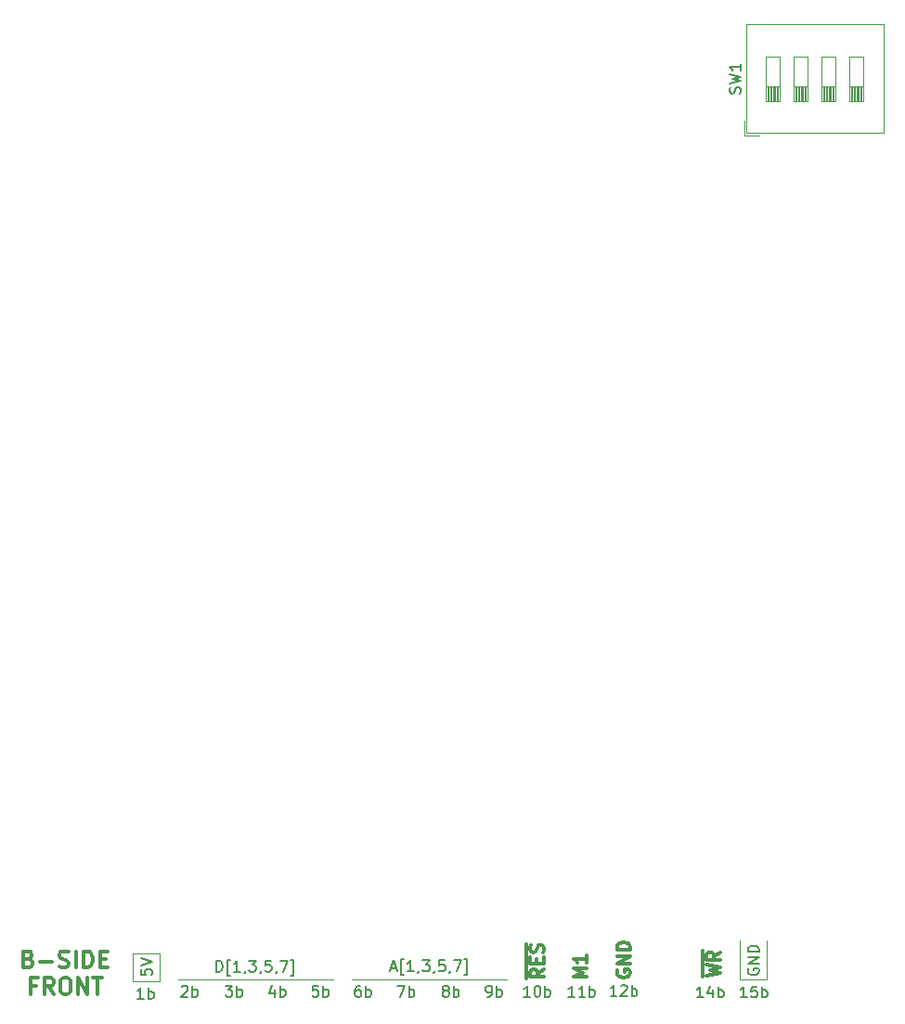
<source format=gbr>
%TF.GenerationSoftware,KiCad,Pcbnew,8.0.2*%
%TF.CreationDate,2025-01-31T19:47:28+01:00*%
%TF.ProjectId,p2000t-joystick-nes,70323030-3074-42d6-9a6f-79737469636b,rev?*%
%TF.SameCoordinates,Original*%
%TF.FileFunction,Legend,Top*%
%TF.FilePolarity,Positive*%
%FSLAX46Y46*%
G04 Gerber Fmt 4.6, Leading zero omitted, Abs format (unit mm)*
G04 Created by KiCad (PCBNEW 8.0.2) date 2025-01-31 19:47:28*
%MOMM*%
%LPD*%
G01*
G04 APERTURE LIST*
%ADD10C,0.120000*%
%ADD11C,0.300000*%
%ADD12C,0.150000*%
G04 APERTURE END LIST*
D10*
X38767365Y-114012314D02*
X41180365Y-114012314D01*
X42920265Y-113821814D02*
X57017265Y-113821814D01*
X41180365Y-114012314D02*
X41180365Y-111472314D01*
X94126665Y-110329314D02*
X94126665Y-113885314D01*
X96539665Y-113885314D02*
X96539665Y-110329314D01*
X58731765Y-113834514D02*
X72831065Y-113834514D01*
X41180365Y-111472314D02*
X38767365Y-111472314D01*
X38767365Y-111472314D02*
X38767365Y-114012314D01*
X94126665Y-113885314D02*
X96539665Y-113885314D01*
D11*
X91093607Y-113526399D02*
X92293607Y-113240685D01*
X92293607Y-113240685D02*
X91436465Y-113012113D01*
X91436465Y-113012113D02*
X92293607Y-112783542D01*
X92293607Y-112783542D02*
X91093607Y-112497828D01*
X92293607Y-111354970D02*
X91722179Y-111754970D01*
X92293607Y-112040684D02*
X91093607Y-112040684D01*
X91093607Y-112040684D02*
X91093607Y-111583541D01*
X91093607Y-111583541D02*
X91150750Y-111469256D01*
X91150750Y-111469256D02*
X91207893Y-111412113D01*
X91207893Y-111412113D02*
X91322179Y-111354970D01*
X91322179Y-111354970D02*
X91493607Y-111354970D01*
X91493607Y-111354970D02*
X91607893Y-111412113D01*
X91607893Y-111412113D02*
X91665036Y-111469256D01*
X91665036Y-111469256D02*
X91722179Y-111583541D01*
X91722179Y-111583541D02*
X91722179Y-112040684D01*
X90760465Y-113577828D02*
X90760465Y-111246399D01*
D12*
X46357646Y-113133633D02*
X46357646Y-112133633D01*
X46357646Y-112133633D02*
X46595741Y-112133633D01*
X46595741Y-112133633D02*
X46738598Y-112181252D01*
X46738598Y-112181252D02*
X46833836Y-112276490D01*
X46833836Y-112276490D02*
X46881455Y-112371728D01*
X46881455Y-112371728D02*
X46929074Y-112562204D01*
X46929074Y-112562204D02*
X46929074Y-112705061D01*
X46929074Y-112705061D02*
X46881455Y-112895537D01*
X46881455Y-112895537D02*
X46833836Y-112990775D01*
X46833836Y-112990775D02*
X46738598Y-113086014D01*
X46738598Y-113086014D02*
X46595741Y-113133633D01*
X46595741Y-113133633D02*
X46357646Y-113133633D01*
X47643360Y-113466966D02*
X47405265Y-113466966D01*
X47405265Y-113466966D02*
X47405265Y-112038394D01*
X47405265Y-112038394D02*
X47643360Y-112038394D01*
X48548122Y-113133633D02*
X47976694Y-113133633D01*
X48262408Y-113133633D02*
X48262408Y-112133633D01*
X48262408Y-112133633D02*
X48167170Y-112276490D01*
X48167170Y-112276490D02*
X48071932Y-112371728D01*
X48071932Y-112371728D02*
X47976694Y-112419347D01*
X49024313Y-113086014D02*
X49024313Y-113133633D01*
X49024313Y-113133633D02*
X48976694Y-113228871D01*
X48976694Y-113228871D02*
X48929075Y-113276490D01*
X49357646Y-112133633D02*
X49976693Y-112133633D01*
X49976693Y-112133633D02*
X49643360Y-112514585D01*
X49643360Y-112514585D02*
X49786217Y-112514585D01*
X49786217Y-112514585D02*
X49881455Y-112562204D01*
X49881455Y-112562204D02*
X49929074Y-112609823D01*
X49929074Y-112609823D02*
X49976693Y-112705061D01*
X49976693Y-112705061D02*
X49976693Y-112943156D01*
X49976693Y-112943156D02*
X49929074Y-113038394D01*
X49929074Y-113038394D02*
X49881455Y-113086014D01*
X49881455Y-113086014D02*
X49786217Y-113133633D01*
X49786217Y-113133633D02*
X49500503Y-113133633D01*
X49500503Y-113133633D02*
X49405265Y-113086014D01*
X49405265Y-113086014D02*
X49357646Y-113038394D01*
X50452884Y-113086014D02*
X50452884Y-113133633D01*
X50452884Y-113133633D02*
X50405265Y-113228871D01*
X50405265Y-113228871D02*
X50357646Y-113276490D01*
X51357645Y-112133633D02*
X50881455Y-112133633D01*
X50881455Y-112133633D02*
X50833836Y-112609823D01*
X50833836Y-112609823D02*
X50881455Y-112562204D01*
X50881455Y-112562204D02*
X50976693Y-112514585D01*
X50976693Y-112514585D02*
X51214788Y-112514585D01*
X51214788Y-112514585D02*
X51310026Y-112562204D01*
X51310026Y-112562204D02*
X51357645Y-112609823D01*
X51357645Y-112609823D02*
X51405264Y-112705061D01*
X51405264Y-112705061D02*
X51405264Y-112943156D01*
X51405264Y-112943156D02*
X51357645Y-113038394D01*
X51357645Y-113038394D02*
X51310026Y-113086014D01*
X51310026Y-113086014D02*
X51214788Y-113133633D01*
X51214788Y-113133633D02*
X50976693Y-113133633D01*
X50976693Y-113133633D02*
X50881455Y-113086014D01*
X50881455Y-113086014D02*
X50833836Y-113038394D01*
X51881455Y-113086014D02*
X51881455Y-113133633D01*
X51881455Y-113133633D02*
X51833836Y-113228871D01*
X51833836Y-113228871D02*
X51786217Y-113276490D01*
X52214788Y-112133633D02*
X52881454Y-112133633D01*
X52881454Y-112133633D02*
X52452883Y-113133633D01*
X53167169Y-113466966D02*
X53405264Y-113466966D01*
X53405264Y-113466966D02*
X53405264Y-112038394D01*
X53405264Y-112038394D02*
X53167169Y-112038394D01*
X94753807Y-115483133D02*
X94182379Y-115483133D01*
X94468093Y-115483133D02*
X94468093Y-114483133D01*
X94468093Y-114483133D02*
X94372855Y-114625990D01*
X94372855Y-114625990D02*
X94277617Y-114721228D01*
X94277617Y-114721228D02*
X94182379Y-114768847D01*
X95658569Y-114483133D02*
X95182379Y-114483133D01*
X95182379Y-114483133D02*
X95134760Y-114959323D01*
X95134760Y-114959323D02*
X95182379Y-114911704D01*
X95182379Y-114911704D02*
X95277617Y-114864085D01*
X95277617Y-114864085D02*
X95515712Y-114864085D01*
X95515712Y-114864085D02*
X95610950Y-114911704D01*
X95610950Y-114911704D02*
X95658569Y-114959323D01*
X95658569Y-114959323D02*
X95706188Y-115054561D01*
X95706188Y-115054561D02*
X95706188Y-115292656D01*
X95706188Y-115292656D02*
X95658569Y-115387894D01*
X95658569Y-115387894D02*
X95610950Y-115435514D01*
X95610950Y-115435514D02*
X95515712Y-115483133D01*
X95515712Y-115483133D02*
X95277617Y-115483133D01*
X95277617Y-115483133D02*
X95182379Y-115435514D01*
X95182379Y-115435514D02*
X95134760Y-115387894D01*
X96134760Y-115483133D02*
X96134760Y-114483133D01*
X96134760Y-114864085D02*
X96229998Y-114816466D01*
X96229998Y-114816466D02*
X96420474Y-114816466D01*
X96420474Y-114816466D02*
X96515712Y-114864085D01*
X96515712Y-114864085D02*
X96563331Y-114911704D01*
X96563331Y-114911704D02*
X96610950Y-115006942D01*
X96610950Y-115006942D02*
X96610950Y-115292656D01*
X96610950Y-115292656D02*
X96563331Y-115387894D01*
X96563331Y-115387894D02*
X96515712Y-115435514D01*
X96515712Y-115435514D02*
X96420474Y-115483133D01*
X96420474Y-115483133D02*
X96229998Y-115483133D01*
X96229998Y-115483133D02*
X96134760Y-115435514D01*
X71042908Y-115432333D02*
X71233384Y-115432333D01*
X71233384Y-115432333D02*
X71328622Y-115384714D01*
X71328622Y-115384714D02*
X71376241Y-115337094D01*
X71376241Y-115337094D02*
X71471479Y-115194237D01*
X71471479Y-115194237D02*
X71519098Y-115003761D01*
X71519098Y-115003761D02*
X71519098Y-114622809D01*
X71519098Y-114622809D02*
X71471479Y-114527571D01*
X71471479Y-114527571D02*
X71423860Y-114479952D01*
X71423860Y-114479952D02*
X71328622Y-114432333D01*
X71328622Y-114432333D02*
X71138146Y-114432333D01*
X71138146Y-114432333D02*
X71042908Y-114479952D01*
X71042908Y-114479952D02*
X70995289Y-114527571D01*
X70995289Y-114527571D02*
X70947670Y-114622809D01*
X70947670Y-114622809D02*
X70947670Y-114860904D01*
X70947670Y-114860904D02*
X70995289Y-114956142D01*
X70995289Y-114956142D02*
X71042908Y-115003761D01*
X71042908Y-115003761D02*
X71138146Y-115051380D01*
X71138146Y-115051380D02*
X71328622Y-115051380D01*
X71328622Y-115051380D02*
X71423860Y-115003761D01*
X71423860Y-115003761D02*
X71471479Y-114956142D01*
X71471479Y-114956142D02*
X71519098Y-114860904D01*
X71947670Y-115432333D02*
X71947670Y-114432333D01*
X71947670Y-114813285D02*
X72042908Y-114765666D01*
X72042908Y-114765666D02*
X72233384Y-114765666D01*
X72233384Y-114765666D02*
X72328622Y-114813285D01*
X72328622Y-114813285D02*
X72376241Y-114860904D01*
X72376241Y-114860904D02*
X72423860Y-114956142D01*
X72423860Y-114956142D02*
X72423860Y-115241856D01*
X72423860Y-115241856D02*
X72376241Y-115337094D01*
X72376241Y-115337094D02*
X72328622Y-115384714D01*
X72328622Y-115384714D02*
X72233384Y-115432333D01*
X72233384Y-115432333D02*
X72042908Y-115432333D01*
X72042908Y-115432333D02*
X71947670Y-115384714D01*
X79043907Y-115432333D02*
X78472479Y-115432333D01*
X78758193Y-115432333D02*
X78758193Y-114432333D01*
X78758193Y-114432333D02*
X78662955Y-114575190D01*
X78662955Y-114575190D02*
X78567717Y-114670428D01*
X78567717Y-114670428D02*
X78472479Y-114718047D01*
X79996288Y-115432333D02*
X79424860Y-115432333D01*
X79710574Y-115432333D02*
X79710574Y-114432333D01*
X79710574Y-114432333D02*
X79615336Y-114575190D01*
X79615336Y-114575190D02*
X79520098Y-114670428D01*
X79520098Y-114670428D02*
X79424860Y-114718047D01*
X80424860Y-115432333D02*
X80424860Y-114432333D01*
X80424860Y-114813285D02*
X80520098Y-114765666D01*
X80520098Y-114765666D02*
X80710574Y-114765666D01*
X80710574Y-114765666D02*
X80805812Y-114813285D01*
X80805812Y-114813285D02*
X80853431Y-114860904D01*
X80853431Y-114860904D02*
X80901050Y-114956142D01*
X80901050Y-114956142D02*
X80901050Y-115241856D01*
X80901050Y-115241856D02*
X80853431Y-115337094D01*
X80853431Y-115337094D02*
X80805812Y-115384714D01*
X80805812Y-115384714D02*
X80710574Y-115432333D01*
X80710574Y-115432333D02*
X80520098Y-115432333D01*
X80520098Y-115432333D02*
X80424860Y-115384714D01*
X51675360Y-114752966D02*
X51675360Y-115419633D01*
X51437265Y-114372014D02*
X51199170Y-115086299D01*
X51199170Y-115086299D02*
X51818217Y-115086299D01*
X52199170Y-115419633D02*
X52199170Y-114419633D01*
X52199170Y-114800585D02*
X52294408Y-114752966D01*
X52294408Y-114752966D02*
X52484884Y-114752966D01*
X52484884Y-114752966D02*
X52580122Y-114800585D01*
X52580122Y-114800585D02*
X52627741Y-114848204D01*
X52627741Y-114848204D02*
X52675360Y-114943442D01*
X52675360Y-114943442D02*
X52675360Y-115229156D01*
X52675360Y-115229156D02*
X52627741Y-115324394D01*
X52627741Y-115324394D02*
X52580122Y-115372014D01*
X52580122Y-115372014D02*
X52484884Y-115419633D01*
X52484884Y-115419633D02*
X52294408Y-115419633D01*
X52294408Y-115419633D02*
X52199170Y-115372014D01*
X62281856Y-112809818D02*
X62758046Y-112809818D01*
X62186618Y-113095533D02*
X62519951Y-112095533D01*
X62519951Y-112095533D02*
X62853284Y-113095533D01*
X63472332Y-113428866D02*
X63234237Y-113428866D01*
X63234237Y-113428866D02*
X63234237Y-112000294D01*
X63234237Y-112000294D02*
X63472332Y-112000294D01*
X64377094Y-113095533D02*
X63805666Y-113095533D01*
X64091380Y-113095533D02*
X64091380Y-112095533D01*
X64091380Y-112095533D02*
X63996142Y-112238390D01*
X63996142Y-112238390D02*
X63900904Y-112333628D01*
X63900904Y-112333628D02*
X63805666Y-112381247D01*
X64853285Y-113047914D02*
X64853285Y-113095533D01*
X64853285Y-113095533D02*
X64805666Y-113190771D01*
X64805666Y-113190771D02*
X64758047Y-113238390D01*
X65186618Y-112095533D02*
X65805665Y-112095533D01*
X65805665Y-112095533D02*
X65472332Y-112476485D01*
X65472332Y-112476485D02*
X65615189Y-112476485D01*
X65615189Y-112476485D02*
X65710427Y-112524104D01*
X65710427Y-112524104D02*
X65758046Y-112571723D01*
X65758046Y-112571723D02*
X65805665Y-112666961D01*
X65805665Y-112666961D02*
X65805665Y-112905056D01*
X65805665Y-112905056D02*
X65758046Y-113000294D01*
X65758046Y-113000294D02*
X65710427Y-113047914D01*
X65710427Y-113047914D02*
X65615189Y-113095533D01*
X65615189Y-113095533D02*
X65329475Y-113095533D01*
X65329475Y-113095533D02*
X65234237Y-113047914D01*
X65234237Y-113047914D02*
X65186618Y-113000294D01*
X66281856Y-113047914D02*
X66281856Y-113095533D01*
X66281856Y-113095533D02*
X66234237Y-113190771D01*
X66234237Y-113190771D02*
X66186618Y-113238390D01*
X67186617Y-112095533D02*
X66710427Y-112095533D01*
X66710427Y-112095533D02*
X66662808Y-112571723D01*
X66662808Y-112571723D02*
X66710427Y-112524104D01*
X66710427Y-112524104D02*
X66805665Y-112476485D01*
X66805665Y-112476485D02*
X67043760Y-112476485D01*
X67043760Y-112476485D02*
X67138998Y-112524104D01*
X67138998Y-112524104D02*
X67186617Y-112571723D01*
X67186617Y-112571723D02*
X67234236Y-112666961D01*
X67234236Y-112666961D02*
X67234236Y-112905056D01*
X67234236Y-112905056D02*
X67186617Y-113000294D01*
X67186617Y-113000294D02*
X67138998Y-113047914D01*
X67138998Y-113047914D02*
X67043760Y-113095533D01*
X67043760Y-113095533D02*
X66805665Y-113095533D01*
X66805665Y-113095533D02*
X66710427Y-113047914D01*
X66710427Y-113047914D02*
X66662808Y-113000294D01*
X67710427Y-113047914D02*
X67710427Y-113095533D01*
X67710427Y-113095533D02*
X67662808Y-113190771D01*
X67662808Y-113190771D02*
X67615189Y-113238390D01*
X68043760Y-112095533D02*
X68710426Y-112095533D01*
X68710426Y-112095533D02*
X68281855Y-113095533D01*
X68996141Y-113428866D02*
X69234236Y-113428866D01*
X69234236Y-113428866D02*
X69234236Y-112000294D01*
X69234236Y-112000294D02*
X68996141Y-112000294D01*
D11*
X76213107Y-112926356D02*
X75641679Y-113326356D01*
X76213107Y-113612070D02*
X75013107Y-113612070D01*
X75013107Y-113612070D02*
X75013107Y-113154927D01*
X75013107Y-113154927D02*
X75070250Y-113040642D01*
X75070250Y-113040642D02*
X75127393Y-112983499D01*
X75127393Y-112983499D02*
X75241679Y-112926356D01*
X75241679Y-112926356D02*
X75413107Y-112926356D01*
X75413107Y-112926356D02*
X75527393Y-112983499D01*
X75527393Y-112983499D02*
X75584536Y-113040642D01*
X75584536Y-113040642D02*
X75641679Y-113154927D01*
X75641679Y-113154927D02*
X75641679Y-113612070D01*
X75584536Y-112412070D02*
X75584536Y-112012070D01*
X76213107Y-111840642D02*
X76213107Y-112412070D01*
X76213107Y-112412070D02*
X75013107Y-112412070D01*
X75013107Y-112412070D02*
X75013107Y-111840642D01*
X76155965Y-111383499D02*
X76213107Y-111212071D01*
X76213107Y-111212071D02*
X76213107Y-110926356D01*
X76213107Y-110926356D02*
X76155965Y-110812071D01*
X76155965Y-110812071D02*
X76098822Y-110754928D01*
X76098822Y-110754928D02*
X75984536Y-110697785D01*
X75984536Y-110697785D02*
X75870250Y-110697785D01*
X75870250Y-110697785D02*
X75755965Y-110754928D01*
X75755965Y-110754928D02*
X75698822Y-110812071D01*
X75698822Y-110812071D02*
X75641679Y-110926356D01*
X75641679Y-110926356D02*
X75584536Y-111154928D01*
X75584536Y-111154928D02*
X75527393Y-111269213D01*
X75527393Y-111269213D02*
X75470250Y-111326356D01*
X75470250Y-111326356D02*
X75355965Y-111383499D01*
X75355965Y-111383499D02*
X75241679Y-111383499D01*
X75241679Y-111383499D02*
X75127393Y-111326356D01*
X75127393Y-111326356D02*
X75070250Y-111269213D01*
X75070250Y-111269213D02*
X75013107Y-111154928D01*
X75013107Y-111154928D02*
X75013107Y-110869213D01*
X75013107Y-110869213D02*
X75070250Y-110697785D01*
X74679965Y-113777785D02*
X74679965Y-110589214D01*
D12*
X39492184Y-112932790D02*
X39492184Y-113408980D01*
X39492184Y-113408980D02*
X39968374Y-113456599D01*
X39968374Y-113456599D02*
X39920755Y-113408980D01*
X39920755Y-113408980D02*
X39873136Y-113313742D01*
X39873136Y-113313742D02*
X39873136Y-113075647D01*
X39873136Y-113075647D02*
X39920755Y-112980409D01*
X39920755Y-112980409D02*
X39968374Y-112932790D01*
X39968374Y-112932790D02*
X40063612Y-112885171D01*
X40063612Y-112885171D02*
X40301707Y-112885171D01*
X40301707Y-112885171D02*
X40396945Y-112932790D01*
X40396945Y-112932790D02*
X40444565Y-112980409D01*
X40444565Y-112980409D02*
X40492184Y-113075647D01*
X40492184Y-113075647D02*
X40492184Y-113313742D01*
X40492184Y-113313742D02*
X40444565Y-113408980D01*
X40444565Y-113408980D02*
X40396945Y-113456599D01*
X39492184Y-112599456D02*
X40492184Y-112266123D01*
X40492184Y-112266123D02*
X39492184Y-111932790D01*
X94899103Y-112869218D02*
X94851484Y-112964456D01*
X94851484Y-112964456D02*
X94851484Y-113107313D01*
X94851484Y-113107313D02*
X94899103Y-113250170D01*
X94899103Y-113250170D02*
X94994341Y-113345408D01*
X94994341Y-113345408D02*
X95089579Y-113393027D01*
X95089579Y-113393027D02*
X95280055Y-113440646D01*
X95280055Y-113440646D02*
X95422912Y-113440646D01*
X95422912Y-113440646D02*
X95613388Y-113393027D01*
X95613388Y-113393027D02*
X95708626Y-113345408D01*
X95708626Y-113345408D02*
X95803865Y-113250170D01*
X95803865Y-113250170D02*
X95851484Y-113107313D01*
X95851484Y-113107313D02*
X95851484Y-113012075D01*
X95851484Y-113012075D02*
X95803865Y-112869218D01*
X95803865Y-112869218D02*
X95756245Y-112821599D01*
X95756245Y-112821599D02*
X95422912Y-112821599D01*
X95422912Y-112821599D02*
X95422912Y-113012075D01*
X95851484Y-112393027D02*
X94851484Y-112393027D01*
X94851484Y-112393027D02*
X95851484Y-111821599D01*
X95851484Y-111821599D02*
X94851484Y-111821599D01*
X95851484Y-111345408D02*
X94851484Y-111345408D01*
X94851484Y-111345408D02*
X94851484Y-111107313D01*
X94851484Y-111107313D02*
X94899103Y-110964456D01*
X94899103Y-110964456D02*
X94994341Y-110869218D01*
X94994341Y-110869218D02*
X95089579Y-110821599D01*
X95089579Y-110821599D02*
X95280055Y-110773980D01*
X95280055Y-110773980D02*
X95422912Y-110773980D01*
X95422912Y-110773980D02*
X95613388Y-110821599D01*
X95613388Y-110821599D02*
X95708626Y-110869218D01*
X95708626Y-110869218D02*
X95803865Y-110964456D01*
X95803865Y-110964456D02*
X95851484Y-111107313D01*
X95851484Y-111107313D02*
X95851484Y-111345408D01*
X90778707Y-115483133D02*
X90207279Y-115483133D01*
X90492993Y-115483133D02*
X90492993Y-114483133D01*
X90492993Y-114483133D02*
X90397755Y-114625990D01*
X90397755Y-114625990D02*
X90302517Y-114721228D01*
X90302517Y-114721228D02*
X90207279Y-114768847D01*
X91635850Y-114816466D02*
X91635850Y-115483133D01*
X91397755Y-114435514D02*
X91159660Y-115149799D01*
X91159660Y-115149799D02*
X91778707Y-115149799D01*
X92159660Y-115483133D02*
X92159660Y-114483133D01*
X92159660Y-114864085D02*
X92254898Y-114816466D01*
X92254898Y-114816466D02*
X92445374Y-114816466D01*
X92445374Y-114816466D02*
X92540612Y-114864085D01*
X92540612Y-114864085D02*
X92588231Y-114911704D01*
X92588231Y-114911704D02*
X92635850Y-115006942D01*
X92635850Y-115006942D02*
X92635850Y-115292656D01*
X92635850Y-115292656D02*
X92588231Y-115387894D01*
X92588231Y-115387894D02*
X92540612Y-115435514D01*
X92540612Y-115435514D02*
X92445374Y-115483133D01*
X92445374Y-115483133D02*
X92254898Y-115483133D01*
X92254898Y-115483133D02*
X92159660Y-115435514D01*
X59485860Y-114432333D02*
X59295384Y-114432333D01*
X59295384Y-114432333D02*
X59200146Y-114479952D01*
X59200146Y-114479952D02*
X59152527Y-114527571D01*
X59152527Y-114527571D02*
X59057289Y-114670428D01*
X59057289Y-114670428D02*
X59009670Y-114860904D01*
X59009670Y-114860904D02*
X59009670Y-115241856D01*
X59009670Y-115241856D02*
X59057289Y-115337094D01*
X59057289Y-115337094D02*
X59104908Y-115384714D01*
X59104908Y-115384714D02*
X59200146Y-115432333D01*
X59200146Y-115432333D02*
X59390622Y-115432333D01*
X59390622Y-115432333D02*
X59485860Y-115384714D01*
X59485860Y-115384714D02*
X59533479Y-115337094D01*
X59533479Y-115337094D02*
X59581098Y-115241856D01*
X59581098Y-115241856D02*
X59581098Y-115003761D01*
X59581098Y-115003761D02*
X59533479Y-114908523D01*
X59533479Y-114908523D02*
X59485860Y-114860904D01*
X59485860Y-114860904D02*
X59390622Y-114813285D01*
X59390622Y-114813285D02*
X59200146Y-114813285D01*
X59200146Y-114813285D02*
X59104908Y-114860904D01*
X59104908Y-114860904D02*
X59057289Y-114908523D01*
X59057289Y-114908523D02*
X59009670Y-115003761D01*
X60009670Y-115432333D02*
X60009670Y-114432333D01*
X60009670Y-114813285D02*
X60104908Y-114765666D01*
X60104908Y-114765666D02*
X60295384Y-114765666D01*
X60295384Y-114765666D02*
X60390622Y-114813285D01*
X60390622Y-114813285D02*
X60438241Y-114860904D01*
X60438241Y-114860904D02*
X60485860Y-114956142D01*
X60485860Y-114956142D02*
X60485860Y-115241856D01*
X60485860Y-115241856D02*
X60438241Y-115337094D01*
X60438241Y-115337094D02*
X60390622Y-115384714D01*
X60390622Y-115384714D02*
X60295384Y-115432333D01*
X60295384Y-115432333D02*
X60104908Y-115432333D01*
X60104908Y-115432333D02*
X60009670Y-115384714D01*
X82879307Y-115356133D02*
X82307879Y-115356133D01*
X82593593Y-115356133D02*
X82593593Y-114356133D01*
X82593593Y-114356133D02*
X82498355Y-114498990D01*
X82498355Y-114498990D02*
X82403117Y-114594228D01*
X82403117Y-114594228D02*
X82307879Y-114641847D01*
X83260260Y-114451371D02*
X83307879Y-114403752D01*
X83307879Y-114403752D02*
X83403117Y-114356133D01*
X83403117Y-114356133D02*
X83641212Y-114356133D01*
X83641212Y-114356133D02*
X83736450Y-114403752D01*
X83736450Y-114403752D02*
X83784069Y-114451371D01*
X83784069Y-114451371D02*
X83831688Y-114546609D01*
X83831688Y-114546609D02*
X83831688Y-114641847D01*
X83831688Y-114641847D02*
X83784069Y-114784704D01*
X83784069Y-114784704D02*
X83212641Y-115356133D01*
X83212641Y-115356133D02*
X83831688Y-115356133D01*
X84260260Y-115356133D02*
X84260260Y-114356133D01*
X84260260Y-114737085D02*
X84355498Y-114689466D01*
X84355498Y-114689466D02*
X84545974Y-114689466D01*
X84545974Y-114689466D02*
X84641212Y-114737085D01*
X84641212Y-114737085D02*
X84688831Y-114784704D01*
X84688831Y-114784704D02*
X84736450Y-114879942D01*
X84736450Y-114879942D02*
X84736450Y-115165656D01*
X84736450Y-115165656D02*
X84688831Y-115260894D01*
X84688831Y-115260894D02*
X84641212Y-115308514D01*
X84641212Y-115308514D02*
X84545974Y-115356133D01*
X84545974Y-115356133D02*
X84355498Y-115356133D01*
X84355498Y-115356133D02*
X84260260Y-115308514D01*
D11*
X82956950Y-112983499D02*
X82899807Y-113097785D01*
X82899807Y-113097785D02*
X82899807Y-113269213D01*
X82899807Y-113269213D02*
X82956950Y-113440642D01*
X82956950Y-113440642D02*
X83071236Y-113554927D01*
X83071236Y-113554927D02*
X83185522Y-113612070D01*
X83185522Y-113612070D02*
X83414093Y-113669213D01*
X83414093Y-113669213D02*
X83585522Y-113669213D01*
X83585522Y-113669213D02*
X83814093Y-113612070D01*
X83814093Y-113612070D02*
X83928379Y-113554927D01*
X83928379Y-113554927D02*
X84042665Y-113440642D01*
X84042665Y-113440642D02*
X84099807Y-113269213D01*
X84099807Y-113269213D02*
X84099807Y-113154927D01*
X84099807Y-113154927D02*
X84042665Y-112983499D01*
X84042665Y-112983499D02*
X83985522Y-112926356D01*
X83985522Y-112926356D02*
X83585522Y-112926356D01*
X83585522Y-112926356D02*
X83585522Y-113154927D01*
X84099807Y-112412070D02*
X82899807Y-112412070D01*
X82899807Y-112412070D02*
X84099807Y-111726356D01*
X84099807Y-111726356D02*
X82899807Y-111726356D01*
X84099807Y-111154927D02*
X82899807Y-111154927D01*
X82899807Y-111154927D02*
X82899807Y-110869213D01*
X82899807Y-110869213D02*
X82956950Y-110697784D01*
X82956950Y-110697784D02*
X83071236Y-110583499D01*
X83071236Y-110583499D02*
X83185522Y-110526356D01*
X83185522Y-110526356D02*
X83414093Y-110469213D01*
X83414093Y-110469213D02*
X83585522Y-110469213D01*
X83585522Y-110469213D02*
X83814093Y-110526356D01*
X83814093Y-110526356D02*
X83928379Y-110583499D01*
X83928379Y-110583499D02*
X84042665Y-110697784D01*
X84042665Y-110697784D02*
X84099807Y-110869213D01*
X84099807Y-110869213D02*
X84099807Y-111154927D01*
D12*
X39743698Y-115610133D02*
X39172270Y-115610133D01*
X39457984Y-115610133D02*
X39457984Y-114610133D01*
X39457984Y-114610133D02*
X39362746Y-114752990D01*
X39362746Y-114752990D02*
X39267508Y-114848228D01*
X39267508Y-114848228D02*
X39172270Y-114895847D01*
X40172270Y-115610133D02*
X40172270Y-114610133D01*
X40172270Y-114991085D02*
X40267508Y-114943466D01*
X40267508Y-114943466D02*
X40457984Y-114943466D01*
X40457984Y-114943466D02*
X40553222Y-114991085D01*
X40553222Y-114991085D02*
X40600841Y-115038704D01*
X40600841Y-115038704D02*
X40648460Y-115133942D01*
X40648460Y-115133942D02*
X40648460Y-115419656D01*
X40648460Y-115419656D02*
X40600841Y-115514894D01*
X40600841Y-115514894D02*
X40553222Y-115562514D01*
X40553222Y-115562514D02*
X40457984Y-115610133D01*
X40457984Y-115610133D02*
X40267508Y-115610133D01*
X40267508Y-115610133D02*
X40172270Y-115562514D01*
D11*
X29250636Y-111986270D02*
X29464922Y-112057698D01*
X29464922Y-112057698D02*
X29536351Y-112129127D01*
X29536351Y-112129127D02*
X29607779Y-112271984D01*
X29607779Y-112271984D02*
X29607779Y-112486270D01*
X29607779Y-112486270D02*
X29536351Y-112629127D01*
X29536351Y-112629127D02*
X29464922Y-112700556D01*
X29464922Y-112700556D02*
X29322065Y-112771984D01*
X29322065Y-112771984D02*
X28750636Y-112771984D01*
X28750636Y-112771984D02*
X28750636Y-111271984D01*
X28750636Y-111271984D02*
X29250636Y-111271984D01*
X29250636Y-111271984D02*
X29393494Y-111343413D01*
X29393494Y-111343413D02*
X29464922Y-111414841D01*
X29464922Y-111414841D02*
X29536351Y-111557698D01*
X29536351Y-111557698D02*
X29536351Y-111700556D01*
X29536351Y-111700556D02*
X29464922Y-111843413D01*
X29464922Y-111843413D02*
X29393494Y-111914841D01*
X29393494Y-111914841D02*
X29250636Y-111986270D01*
X29250636Y-111986270D02*
X28750636Y-111986270D01*
X30250636Y-112200556D02*
X31393494Y-112200556D01*
X32036351Y-112700556D02*
X32250637Y-112771984D01*
X32250637Y-112771984D02*
X32607779Y-112771984D01*
X32607779Y-112771984D02*
X32750637Y-112700556D01*
X32750637Y-112700556D02*
X32822065Y-112629127D01*
X32822065Y-112629127D02*
X32893494Y-112486270D01*
X32893494Y-112486270D02*
X32893494Y-112343413D01*
X32893494Y-112343413D02*
X32822065Y-112200556D01*
X32822065Y-112200556D02*
X32750637Y-112129127D01*
X32750637Y-112129127D02*
X32607779Y-112057698D01*
X32607779Y-112057698D02*
X32322065Y-111986270D01*
X32322065Y-111986270D02*
X32179208Y-111914841D01*
X32179208Y-111914841D02*
X32107779Y-111843413D01*
X32107779Y-111843413D02*
X32036351Y-111700556D01*
X32036351Y-111700556D02*
X32036351Y-111557698D01*
X32036351Y-111557698D02*
X32107779Y-111414841D01*
X32107779Y-111414841D02*
X32179208Y-111343413D01*
X32179208Y-111343413D02*
X32322065Y-111271984D01*
X32322065Y-111271984D02*
X32679208Y-111271984D01*
X32679208Y-111271984D02*
X32893494Y-111343413D01*
X33536350Y-112771984D02*
X33536350Y-111271984D01*
X34250636Y-112771984D02*
X34250636Y-111271984D01*
X34250636Y-111271984D02*
X34607779Y-111271984D01*
X34607779Y-111271984D02*
X34822065Y-111343413D01*
X34822065Y-111343413D02*
X34964922Y-111486270D01*
X34964922Y-111486270D02*
X35036351Y-111629127D01*
X35036351Y-111629127D02*
X35107779Y-111914841D01*
X35107779Y-111914841D02*
X35107779Y-112129127D01*
X35107779Y-112129127D02*
X35036351Y-112414841D01*
X35036351Y-112414841D02*
X34964922Y-112557698D01*
X34964922Y-112557698D02*
X34822065Y-112700556D01*
X34822065Y-112700556D02*
X34607779Y-112771984D01*
X34607779Y-112771984D02*
X34250636Y-112771984D01*
X35750636Y-111986270D02*
X36250636Y-111986270D01*
X36464922Y-112771984D02*
X35750636Y-112771984D01*
X35750636Y-112771984D02*
X35750636Y-111271984D01*
X35750636Y-111271984D02*
X36464922Y-111271984D01*
X29893493Y-114401186D02*
X29393493Y-114401186D01*
X29393493Y-115186900D02*
X29393493Y-113686900D01*
X29393493Y-113686900D02*
X30107779Y-113686900D01*
X31536350Y-115186900D02*
X31036350Y-114472614D01*
X30679207Y-115186900D02*
X30679207Y-113686900D01*
X30679207Y-113686900D02*
X31250636Y-113686900D01*
X31250636Y-113686900D02*
X31393493Y-113758329D01*
X31393493Y-113758329D02*
X31464922Y-113829757D01*
X31464922Y-113829757D02*
X31536350Y-113972614D01*
X31536350Y-113972614D02*
X31536350Y-114186900D01*
X31536350Y-114186900D02*
X31464922Y-114329757D01*
X31464922Y-114329757D02*
X31393493Y-114401186D01*
X31393493Y-114401186D02*
X31250636Y-114472614D01*
X31250636Y-114472614D02*
X30679207Y-114472614D01*
X32464922Y-113686900D02*
X32750636Y-113686900D01*
X32750636Y-113686900D02*
X32893493Y-113758329D01*
X32893493Y-113758329D02*
X33036350Y-113901186D01*
X33036350Y-113901186D02*
X33107779Y-114186900D01*
X33107779Y-114186900D02*
X33107779Y-114686900D01*
X33107779Y-114686900D02*
X33036350Y-114972614D01*
X33036350Y-114972614D02*
X32893493Y-115115472D01*
X32893493Y-115115472D02*
X32750636Y-115186900D01*
X32750636Y-115186900D02*
X32464922Y-115186900D01*
X32464922Y-115186900D02*
X32322065Y-115115472D01*
X32322065Y-115115472D02*
X32179207Y-114972614D01*
X32179207Y-114972614D02*
X32107779Y-114686900D01*
X32107779Y-114686900D02*
X32107779Y-114186900D01*
X32107779Y-114186900D02*
X32179207Y-113901186D01*
X32179207Y-113901186D02*
X32322065Y-113758329D01*
X32322065Y-113758329D02*
X32464922Y-113686900D01*
X33750636Y-115186900D02*
X33750636Y-113686900D01*
X33750636Y-113686900D02*
X34607779Y-115186900D01*
X34607779Y-115186900D02*
X34607779Y-113686900D01*
X35107780Y-113686900D02*
X35964923Y-113686900D01*
X35536351Y-115186900D02*
X35536351Y-113686900D01*
D12*
X47214551Y-114419633D02*
X47833598Y-114419633D01*
X47833598Y-114419633D02*
X47500265Y-114800585D01*
X47500265Y-114800585D02*
X47643122Y-114800585D01*
X47643122Y-114800585D02*
X47738360Y-114848204D01*
X47738360Y-114848204D02*
X47785979Y-114895823D01*
X47785979Y-114895823D02*
X47833598Y-114991061D01*
X47833598Y-114991061D02*
X47833598Y-115229156D01*
X47833598Y-115229156D02*
X47785979Y-115324394D01*
X47785979Y-115324394D02*
X47738360Y-115372014D01*
X47738360Y-115372014D02*
X47643122Y-115419633D01*
X47643122Y-115419633D02*
X47357408Y-115419633D01*
X47357408Y-115419633D02*
X47262170Y-115372014D01*
X47262170Y-115372014D02*
X47214551Y-115324394D01*
X48262170Y-115419633D02*
X48262170Y-114419633D01*
X48262170Y-114800585D02*
X48357408Y-114752966D01*
X48357408Y-114752966D02*
X48547884Y-114752966D01*
X48547884Y-114752966D02*
X48643122Y-114800585D01*
X48643122Y-114800585D02*
X48690741Y-114848204D01*
X48690741Y-114848204D02*
X48738360Y-114943442D01*
X48738360Y-114943442D02*
X48738360Y-115229156D01*
X48738360Y-115229156D02*
X48690741Y-115324394D01*
X48690741Y-115324394D02*
X48643122Y-115372014D01*
X48643122Y-115372014D02*
X48547884Y-115419633D01*
X48547884Y-115419633D02*
X48357408Y-115419633D01*
X48357408Y-115419633D02*
X48262170Y-115372014D01*
X67201146Y-114860904D02*
X67105908Y-114813285D01*
X67105908Y-114813285D02*
X67058289Y-114765666D01*
X67058289Y-114765666D02*
X67010670Y-114670428D01*
X67010670Y-114670428D02*
X67010670Y-114622809D01*
X67010670Y-114622809D02*
X67058289Y-114527571D01*
X67058289Y-114527571D02*
X67105908Y-114479952D01*
X67105908Y-114479952D02*
X67201146Y-114432333D01*
X67201146Y-114432333D02*
X67391622Y-114432333D01*
X67391622Y-114432333D02*
X67486860Y-114479952D01*
X67486860Y-114479952D02*
X67534479Y-114527571D01*
X67534479Y-114527571D02*
X67582098Y-114622809D01*
X67582098Y-114622809D02*
X67582098Y-114670428D01*
X67582098Y-114670428D02*
X67534479Y-114765666D01*
X67534479Y-114765666D02*
X67486860Y-114813285D01*
X67486860Y-114813285D02*
X67391622Y-114860904D01*
X67391622Y-114860904D02*
X67201146Y-114860904D01*
X67201146Y-114860904D02*
X67105908Y-114908523D01*
X67105908Y-114908523D02*
X67058289Y-114956142D01*
X67058289Y-114956142D02*
X67010670Y-115051380D01*
X67010670Y-115051380D02*
X67010670Y-115241856D01*
X67010670Y-115241856D02*
X67058289Y-115337094D01*
X67058289Y-115337094D02*
X67105908Y-115384714D01*
X67105908Y-115384714D02*
X67201146Y-115432333D01*
X67201146Y-115432333D02*
X67391622Y-115432333D01*
X67391622Y-115432333D02*
X67486860Y-115384714D01*
X67486860Y-115384714D02*
X67534479Y-115337094D01*
X67534479Y-115337094D02*
X67582098Y-115241856D01*
X67582098Y-115241856D02*
X67582098Y-115051380D01*
X67582098Y-115051380D02*
X67534479Y-114956142D01*
X67534479Y-114956142D02*
X67486860Y-114908523D01*
X67486860Y-114908523D02*
X67391622Y-114860904D01*
X68010670Y-115432333D02*
X68010670Y-114432333D01*
X68010670Y-114813285D02*
X68105908Y-114765666D01*
X68105908Y-114765666D02*
X68296384Y-114765666D01*
X68296384Y-114765666D02*
X68391622Y-114813285D01*
X68391622Y-114813285D02*
X68439241Y-114860904D01*
X68439241Y-114860904D02*
X68486860Y-114956142D01*
X68486860Y-114956142D02*
X68486860Y-115241856D01*
X68486860Y-115241856D02*
X68439241Y-115337094D01*
X68439241Y-115337094D02*
X68391622Y-115384714D01*
X68391622Y-115384714D02*
X68296384Y-115432333D01*
X68296384Y-115432333D02*
X68105908Y-115432333D01*
X68105908Y-115432333D02*
X68010670Y-115384714D01*
D11*
X80156457Y-113612070D02*
X78956457Y-113612070D01*
X78956457Y-113612070D02*
X79813600Y-113212070D01*
X79813600Y-113212070D02*
X78956457Y-112812070D01*
X78956457Y-112812070D02*
X80156457Y-112812070D01*
X80156457Y-111612070D02*
X80156457Y-112297784D01*
X80156457Y-111954927D02*
X78956457Y-111954927D01*
X78956457Y-111954927D02*
X79127886Y-112069213D01*
X79127886Y-112069213D02*
X79242172Y-112183498D01*
X79242172Y-112183498D02*
X79299315Y-112297784D01*
D12*
X74979907Y-115432333D02*
X74408479Y-115432333D01*
X74694193Y-115432333D02*
X74694193Y-114432333D01*
X74694193Y-114432333D02*
X74598955Y-114575190D01*
X74598955Y-114575190D02*
X74503717Y-114670428D01*
X74503717Y-114670428D02*
X74408479Y-114718047D01*
X75598955Y-114432333D02*
X75694193Y-114432333D01*
X75694193Y-114432333D02*
X75789431Y-114479952D01*
X75789431Y-114479952D02*
X75837050Y-114527571D01*
X75837050Y-114527571D02*
X75884669Y-114622809D01*
X75884669Y-114622809D02*
X75932288Y-114813285D01*
X75932288Y-114813285D02*
X75932288Y-115051380D01*
X75932288Y-115051380D02*
X75884669Y-115241856D01*
X75884669Y-115241856D02*
X75837050Y-115337094D01*
X75837050Y-115337094D02*
X75789431Y-115384714D01*
X75789431Y-115384714D02*
X75694193Y-115432333D01*
X75694193Y-115432333D02*
X75598955Y-115432333D01*
X75598955Y-115432333D02*
X75503717Y-115384714D01*
X75503717Y-115384714D02*
X75456098Y-115337094D01*
X75456098Y-115337094D02*
X75408479Y-115241856D01*
X75408479Y-115241856D02*
X75360860Y-115051380D01*
X75360860Y-115051380D02*
X75360860Y-114813285D01*
X75360860Y-114813285D02*
X75408479Y-114622809D01*
X75408479Y-114622809D02*
X75456098Y-114527571D01*
X75456098Y-114527571D02*
X75503717Y-114479952D01*
X75503717Y-114479952D02*
X75598955Y-114432333D01*
X76360860Y-115432333D02*
X76360860Y-114432333D01*
X76360860Y-114813285D02*
X76456098Y-114765666D01*
X76456098Y-114765666D02*
X76646574Y-114765666D01*
X76646574Y-114765666D02*
X76741812Y-114813285D01*
X76741812Y-114813285D02*
X76789431Y-114860904D01*
X76789431Y-114860904D02*
X76837050Y-114956142D01*
X76837050Y-114956142D02*
X76837050Y-115241856D01*
X76837050Y-115241856D02*
X76789431Y-115337094D01*
X76789431Y-115337094D02*
X76741812Y-115384714D01*
X76741812Y-115384714D02*
X76646574Y-115432333D01*
X76646574Y-115432333D02*
X76456098Y-115432333D01*
X76456098Y-115432333D02*
X76360860Y-115384714D01*
X62899051Y-114432333D02*
X63565717Y-114432333D01*
X63565717Y-114432333D02*
X63137146Y-115432333D01*
X63946670Y-115432333D02*
X63946670Y-114432333D01*
X63946670Y-114813285D02*
X64041908Y-114765666D01*
X64041908Y-114765666D02*
X64232384Y-114765666D01*
X64232384Y-114765666D02*
X64327622Y-114813285D01*
X64327622Y-114813285D02*
X64375241Y-114860904D01*
X64375241Y-114860904D02*
X64422860Y-114956142D01*
X64422860Y-114956142D02*
X64422860Y-115241856D01*
X64422860Y-115241856D02*
X64375241Y-115337094D01*
X64375241Y-115337094D02*
X64327622Y-115384714D01*
X64327622Y-115384714D02*
X64232384Y-115432333D01*
X64232384Y-115432333D02*
X64041908Y-115432333D01*
X64041908Y-115432333D02*
X63946670Y-115384714D01*
X43198170Y-114514871D02*
X43245789Y-114467252D01*
X43245789Y-114467252D02*
X43341027Y-114419633D01*
X43341027Y-114419633D02*
X43579122Y-114419633D01*
X43579122Y-114419633D02*
X43674360Y-114467252D01*
X43674360Y-114467252D02*
X43721979Y-114514871D01*
X43721979Y-114514871D02*
X43769598Y-114610109D01*
X43769598Y-114610109D02*
X43769598Y-114705347D01*
X43769598Y-114705347D02*
X43721979Y-114848204D01*
X43721979Y-114848204D02*
X43150551Y-115419633D01*
X43150551Y-115419633D02*
X43769598Y-115419633D01*
X44198170Y-115419633D02*
X44198170Y-114419633D01*
X44198170Y-114800585D02*
X44293408Y-114752966D01*
X44293408Y-114752966D02*
X44483884Y-114752966D01*
X44483884Y-114752966D02*
X44579122Y-114800585D01*
X44579122Y-114800585D02*
X44626741Y-114848204D01*
X44626741Y-114848204D02*
X44674360Y-114943442D01*
X44674360Y-114943442D02*
X44674360Y-115229156D01*
X44674360Y-115229156D02*
X44626741Y-115324394D01*
X44626741Y-115324394D02*
X44579122Y-115372014D01*
X44579122Y-115372014D02*
X44483884Y-115419633D01*
X44483884Y-115419633D02*
X44293408Y-115419633D01*
X44293408Y-115419633D02*
X44198170Y-115372014D01*
X55659979Y-114419633D02*
X55183789Y-114419633D01*
X55183789Y-114419633D02*
X55136170Y-114895823D01*
X55136170Y-114895823D02*
X55183789Y-114848204D01*
X55183789Y-114848204D02*
X55279027Y-114800585D01*
X55279027Y-114800585D02*
X55517122Y-114800585D01*
X55517122Y-114800585D02*
X55612360Y-114848204D01*
X55612360Y-114848204D02*
X55659979Y-114895823D01*
X55659979Y-114895823D02*
X55707598Y-114991061D01*
X55707598Y-114991061D02*
X55707598Y-115229156D01*
X55707598Y-115229156D02*
X55659979Y-115324394D01*
X55659979Y-115324394D02*
X55612360Y-115372014D01*
X55612360Y-115372014D02*
X55517122Y-115419633D01*
X55517122Y-115419633D02*
X55279027Y-115419633D01*
X55279027Y-115419633D02*
X55183789Y-115372014D01*
X55183789Y-115372014D02*
X55136170Y-115324394D01*
X56136170Y-115419633D02*
X56136170Y-114419633D01*
X56136170Y-114800585D02*
X56231408Y-114752966D01*
X56231408Y-114752966D02*
X56421884Y-114752966D01*
X56421884Y-114752966D02*
X56517122Y-114800585D01*
X56517122Y-114800585D02*
X56564741Y-114848204D01*
X56564741Y-114848204D02*
X56612360Y-114943442D01*
X56612360Y-114943442D02*
X56612360Y-115229156D01*
X56612360Y-115229156D02*
X56564741Y-115324394D01*
X56564741Y-115324394D02*
X56517122Y-115372014D01*
X56517122Y-115372014D02*
X56421884Y-115419633D01*
X56421884Y-115419633D02*
X56231408Y-115419633D01*
X56231408Y-115419633D02*
X56136170Y-115372014D01*
X94142200Y-33040832D02*
X94189819Y-32897975D01*
X94189819Y-32897975D02*
X94189819Y-32659880D01*
X94189819Y-32659880D02*
X94142200Y-32564642D01*
X94142200Y-32564642D02*
X94094580Y-32517023D01*
X94094580Y-32517023D02*
X93999342Y-32469404D01*
X93999342Y-32469404D02*
X93904104Y-32469404D01*
X93904104Y-32469404D02*
X93808866Y-32517023D01*
X93808866Y-32517023D02*
X93761247Y-32564642D01*
X93761247Y-32564642D02*
X93713628Y-32659880D01*
X93713628Y-32659880D02*
X93666009Y-32850356D01*
X93666009Y-32850356D02*
X93618390Y-32945594D01*
X93618390Y-32945594D02*
X93570771Y-32993213D01*
X93570771Y-32993213D02*
X93475533Y-33040832D01*
X93475533Y-33040832D02*
X93380295Y-33040832D01*
X93380295Y-33040832D02*
X93285057Y-32993213D01*
X93285057Y-32993213D02*
X93237438Y-32945594D01*
X93237438Y-32945594D02*
X93189819Y-32850356D01*
X93189819Y-32850356D02*
X93189819Y-32612261D01*
X93189819Y-32612261D02*
X93237438Y-32469404D01*
X93189819Y-32136070D02*
X94189819Y-31897975D01*
X94189819Y-31897975D02*
X93475533Y-31707499D01*
X93475533Y-31707499D02*
X94189819Y-31517023D01*
X94189819Y-31517023D02*
X93189819Y-31278928D01*
X94189819Y-30374166D02*
X94189819Y-30945594D01*
X94189819Y-30659880D02*
X93189819Y-30659880D01*
X93189819Y-30659880D02*
X93332676Y-30755118D01*
X93332676Y-30755118D02*
X93427914Y-30850356D01*
X93427914Y-30850356D02*
X93475533Y-30945594D01*
D10*
%TO.C,SW1*%
X94495000Y-36897500D02*
X94495000Y-35513500D01*
X94495000Y-36897500D02*
X95878000Y-36897500D01*
X94735000Y-26757500D02*
X107195000Y-26757500D01*
X94735000Y-36657500D02*
X94735000Y-26757500D01*
X94735000Y-36657500D02*
X107195000Y-36657500D01*
X96520000Y-29677500D02*
X96520000Y-33737500D01*
X96520000Y-32384167D02*
X97790000Y-32384167D01*
X96520000Y-33737500D02*
X97790000Y-33737500D01*
X96640000Y-33737500D02*
X96640000Y-32384167D01*
X96760000Y-33737500D02*
X96760000Y-32384167D01*
X96880000Y-33737500D02*
X96880000Y-32384167D01*
X97000000Y-33737500D02*
X97000000Y-32384167D01*
X97120000Y-33737500D02*
X97120000Y-32384167D01*
X97240000Y-33737500D02*
X97240000Y-32384167D01*
X97360000Y-33737500D02*
X97360000Y-32384167D01*
X97480000Y-33737500D02*
X97480000Y-32384167D01*
X97600000Y-33737500D02*
X97600000Y-32384167D01*
X97720000Y-33737500D02*
X97720000Y-32384167D01*
X97790000Y-29677500D02*
X96520000Y-29677500D01*
X97790000Y-33737500D02*
X97790000Y-29677500D01*
X99060000Y-29677500D02*
X99060000Y-33737500D01*
X99060000Y-32384167D02*
X100330000Y-32384167D01*
X99060000Y-33737500D02*
X100330000Y-33737500D01*
X99180000Y-33737500D02*
X99180000Y-32384167D01*
X99300000Y-33737500D02*
X99300000Y-32384167D01*
X99420000Y-33737500D02*
X99420000Y-32384167D01*
X99540000Y-33737500D02*
X99540000Y-32384167D01*
X99660000Y-33737500D02*
X99660000Y-32384167D01*
X99780000Y-33737500D02*
X99780000Y-32384167D01*
X99900000Y-33737500D02*
X99900000Y-32384167D01*
X100020000Y-33737500D02*
X100020000Y-32384167D01*
X100140000Y-33737500D02*
X100140000Y-32384167D01*
X100260000Y-33737500D02*
X100260000Y-32384167D01*
X100330000Y-29677500D02*
X99060000Y-29677500D01*
X100330000Y-33737500D02*
X100330000Y-29677500D01*
X101600000Y-29677500D02*
X101600000Y-33737500D01*
X101600000Y-32384167D02*
X102870000Y-32384167D01*
X101600000Y-33737500D02*
X102870000Y-33737500D01*
X101720000Y-33737500D02*
X101720000Y-32384167D01*
X101840000Y-33737500D02*
X101840000Y-32384167D01*
X101960000Y-33737500D02*
X101960000Y-32384167D01*
X102080000Y-33737500D02*
X102080000Y-32384167D01*
X102200000Y-33737500D02*
X102200000Y-32384167D01*
X102320000Y-33737500D02*
X102320000Y-32384167D01*
X102440000Y-33737500D02*
X102440000Y-32384167D01*
X102560000Y-33737500D02*
X102560000Y-32384167D01*
X102680000Y-33737500D02*
X102680000Y-32384167D01*
X102800000Y-33737500D02*
X102800000Y-32384167D01*
X102870000Y-29677500D02*
X101600000Y-29677500D01*
X102870000Y-33737500D02*
X102870000Y-29677500D01*
X104140000Y-29677500D02*
X104140000Y-33737500D01*
X104140000Y-32384167D02*
X105410000Y-32384167D01*
X104140000Y-33737500D02*
X105410000Y-33737500D01*
X104260000Y-33737500D02*
X104260000Y-32384167D01*
X104380000Y-33737500D02*
X104380000Y-32384167D01*
X104500000Y-33737500D02*
X104500000Y-32384167D01*
X104620000Y-33737500D02*
X104620000Y-32384167D01*
X104740000Y-33737500D02*
X104740000Y-32384167D01*
X104860000Y-33737500D02*
X104860000Y-32384167D01*
X104980000Y-33737500D02*
X104980000Y-32384167D01*
X105100000Y-33737500D02*
X105100000Y-32384167D01*
X105220000Y-33737500D02*
X105220000Y-32384167D01*
X105340000Y-33737500D02*
X105340000Y-32384167D01*
X105410000Y-29677500D02*
X104140000Y-29677500D01*
X105410000Y-33737500D02*
X105410000Y-29677500D01*
X107195000Y-36657500D02*
X107195000Y-26757500D01*
%TD*%
M02*

</source>
